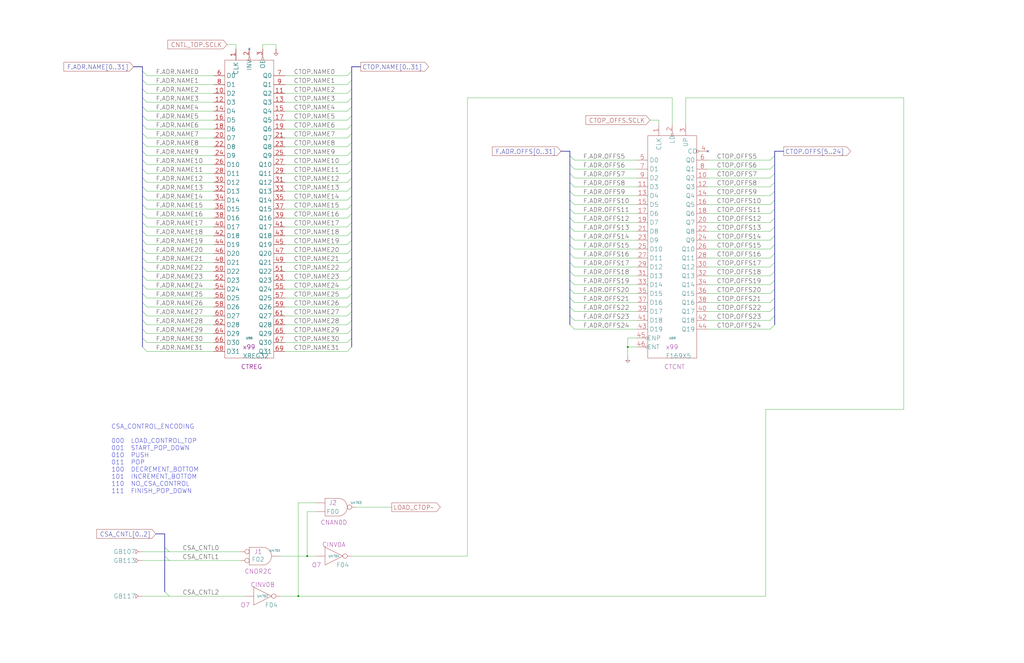
<source format=kicad_sch>
(kicad_sch (version 20230121) (generator eeschema)
  (paper "User" 584.2 378.46)
  (title_block (title "CONTROL TOP REGISTER") (date "20-MAR-90") (rev "1.0") (comment 1 "FIU") (comment 2 "232-003065") (comment 3 "S400") (comment 4 "RELEASED"))
  (lib_symbols
    (symbol "r1000:F00" (pin_numbers hide) (pin_names hide)
      (property "Reference" "U" (at 15.24 0 0))
      (property "Value" "F00" (at 1.905 -5.08 0))
      (property "Location" "___" (at 1.905 0 0))
      (property "Name" "______" (at 2.54 -12.7 0))
      (symbol "F00_0_1"
        (polyline (pts (xy -2.54 -7.62) (xy 5.08 -7.62)) (stroke (width 0.1524)))
        (polyline (pts (xy -2.54 2.54) (xy -2.54 -7.62)) (stroke (width 0.1524)))
        (polyline (pts (xy -2.54 2.54) (xy 5.08 2.54)) (stroke (width 0.1524)))
        (arc (start 5.08 -7.62) (mid 10.1282 -2.54) (end 5.08 2.54) (stroke (width 0.1524)))
        (circle (center 11.43 -2.54) (radius 1.27) (stroke (width 0.1524)))
      )
      (symbol "F00_0_2"
        (circle (center -3.81 -5.08) (radius 1.27) (stroke (width 0.1524)))
        (circle (center -3.81 0) (radius 1.27) (stroke (width 0.1524)))
        (arc (start -3.175 -7.62) (mid -2.134 -2.54) (end -3.175 2.54) (stroke (width 0.1524)))
        (polyline (pts (xy -3.175 -7.62) (xy 3.81 -7.62)) (stroke (width 0.1524)))
        (polyline (pts (xy -3.175 2.54) (xy 3.81 2.54)) (stroke (width 0.1524)))
        (arc (start 3.81 -7.62) (mid 7.5855 -5.8306) (end 10.16 -2.54) (stroke (width 0.1524)))
        (arc (start 10.16 -2.54) (mid 7.5827 0.7471) (end 3.81 2.54) (stroke (width 0.1524)))
      )
      (symbol "F00_1_1"
        (pin input line (at -7.62 0 0) (length 5.08) (name "D0") (number "1"))
        (pin input line (at -7.62 -5.08 0) (length 5.08) (name "D1") (number "2"))
        (pin output line (at 15.24 -2.54 180) (length 2.54) (name "Q") (number "3"))
      )
      (symbol "F00_1_2"
        (pin input line (at -7.62 0 0) (length 2.54) (name "D0") (number "1"))
        (pin input line (at -7.62 -5.08 0) (length 2.54) (name "D1") (number "2"))
        (pin output line (at 15.24 -2.54 180) (length 5.08) (name "Q") (number "3"))
      )
    )
    (symbol "r1000:F02" (pin_numbers hide) (pin_names hide)
      (property "Reference" "U" (at 12.16 0.635 0))
      (property "Value" "F02" (at -1.27 -4.445 0))
      (property "Location" "___" (at 2.54 0 0))
      (property "Name" "______" (at 2.54 -12.7 0))
      (symbol "F02_0_1"
        (arc (start -3.81 -7.62) (mid -2.9847 -2.54) (end -3.81 2.54) (stroke (width 0.1524)))
        (polyline (pts (xy -5.08 -5.08) (xy -3.175 -5.08)) (stroke (width 0.1524)))
        (polyline (pts (xy -5.08 0) (xy -3.175 0)) (stroke (width 0.1524)))
        (polyline (pts (xy -3.81 -7.62) (xy 2.54 -7.62)) (stroke (width 0.1524)))
        (polyline (pts (xy -3.81 2.54) (xy 2.54 2.54)) (stroke (width 0.1524)))
        (polyline (pts (xy 13.97 -2.54) (xy 12.7 -2.54)) (stroke (width 0.1524)))
        (arc (start 2.54 -7.62) (mid 6.9515 -5.9823) (end 10.16 -2.54) (stroke (width 0.1524)))
        (arc (start 10.16 -2.54) (mid 6.9478 0.8966) (end 2.54 2.54) (stroke (width 0.1524)))
        (circle (center 11.43 -2.54) (radius 1.27) (stroke (width 0.1524)))
      )
      (symbol "F02_0_2"
        (circle (center -3.81 -5.08) (radius 1.27) (stroke (width 0.1524)))
        (circle (center -3.81 0) (radius 1.27) (stroke (width 0.1524)))
        (polyline (pts (xy -2.54 -7.62) (xy 5.08 -7.62)) (stroke (width 0.1524)))
        (polyline (pts (xy -2.54 2.54) (xy -2.54 -7.62)) (stroke (width 0.1524)))
        (polyline (pts (xy -2.54 2.54) (xy 5.08 2.54)) (stroke (width 0.1524)))
        (polyline (pts (xy 11.43 -2.54) (xy 10.16 -2.54)) (stroke (width 0.1524)))
        (polyline (pts (xy 11.43 -2.54) (xy 12.7 -2.54)) (stroke (width 0.1524)))
        (arc (start 5.08 -7.62) (mid 10.1282 -2.54) (end 5.08 2.54) (stroke (width 0.1524)))
      )
      (symbol "F02_1_1"
        (pin input line (at -7.62 0 0) (length 2.54) (name "D0") (number "1"))
        (pin input line (at -7.62 -5.08 0) (length 2.54) (name "D1") (number "2"))
        (pin output line (at 15.24 -2.54 180) (length 1.27) (name "Q") (number "3"))
      )
      (symbol "F02_1_2"
        (pin input line (at -7.62 0 0) (length 2.54) (name "D0") (number "1"))
        (pin input line (at -7.62 -5.08 0) (length 2.54) (name "D1") (number "2"))
        (pin output line (at 15.24 -2.54 180) (length 2.54) (name "Q") (number "3"))
      )
    )
    (symbol "r1000:F04" (pin_numbers hide) (pin_names hide)
      (property "Reference" "U" (at 0 0 0))
      (property "Value" "F04" (at 1.27 -5.08 0))
      (property "Location" "___" (at -12.7 -5.08 0))
      (property "Name" "______" (at 0 5.08 0))
      (symbol "F04_0_1"
        (polyline (pts (xy -7.62 0) (xy -5.08 0)) (stroke (width 0.1524)))
        (polyline (pts (xy -5.08 5.08) (xy -5.08 -5.08)) (stroke (width 0.1524)))
        (polyline (pts (xy 5.08 0) (xy -5.08 -5.08)) (stroke (width 0.1524)))
        (polyline (pts (xy 5.08 0) (xy -5.08 5.08)) (stroke (width 0.1524)))
        (circle (center 6.35 0) (radius 1.27) (stroke (width 0.1524)))
      )
      (symbol "F04_1_1"
        (pin input line (at -10.16 0 0) (length 2.54) (name "D0") (number "1"))
        (pin output line (at 10.16 0 180) (length 2.54) (name "Q") (number "2"))
      )
    )
    (symbol "r1000:F169X5" (pin_names (offset 1.016))
      (property "Reference" "U" (at 2.54 5.08 0))
      (property "Value" "F169X5" (at -1.27 -5.08 0))
      (property "Location" "___" (at -1.27 0 0))
      (property "Name" "______" (at 3.81 -12.7 0))
      (symbol "F169X5_1_1"
        (circle (center -12.065 0) (radius 0.635))
        (circle (center -12.065 5.08) (radius 0.635))
        (rectangle (start -11.43 120.65) (end 16.51 -6.35))
        (circle (center 2.54 121.285) (radius 0.635))
        (circle (center 17.145 111.76) (radius 0.635))
        (pin input line (at -5.08 127 270) (length 6.35) (name "CLK") (number "1"))
        (pin output line (at 22.86 96.52 180) (length 6.35) (name "Q2") (number "10"))
        (pin input line (at -17.78 91.44 0) (length 6.35) (name "D3") (number "11"))
        (pin output line (at 22.86 91.44 180) (length 6.35) (name "Q3") (number "12"))
        (pin input line (at -17.78 86.36 0) (length 6.35) (name "D4") (number "13"))
        (pin output line (at 22.86 86.36 180) (length 6.35) (name "Q4") (number "14"))
        (pin input line (at -17.78 81.28 0) (length 6.35) (name "D5") (number "15"))
        (pin output line (at 22.86 81.28 180) (length 6.35) (name "Q5") (number "16"))
        (pin input line (at -17.78 76.2 0) (length 6.35) (name "D6") (number "17"))
        (pin output line (at 22.86 76.2 180) (length 6.35) (name "Q6") (number "18"))
        (pin input line (at -17.78 71.12 0) (length 6.35) (name "D7") (number "19"))
        (pin input line (at 2.54 127 270) (length 5.08) (name "LD") (number "2"))
        (pin output line (at 22.86 71.12 180) (length 6.35) (name "Q7") (number "20"))
        (pin input line (at -17.78 66.04 0) (length 6.35) (name "D8") (number "21"))
        (pin output line (at 22.86 66.04 180) (length 6.35) (name "Q8") (number "22"))
        (pin input line (at -17.78 60.96 0) (length 6.35) (name "D9") (number "23"))
        (pin output line (at 22.86 60.96 180) (length 6.35) (name "Q9") (number "24"))
        (pin input line (at -17.78 55.88 0) (length 6.35) (name "D10") (number "25"))
        (pin output line (at 22.86 55.88 180) (length 6.35) (name "Q10") (number "26"))
        (pin input line (at -17.78 50.8 0) (length 6.35) (name "D11") (number "27"))
        (pin output line (at 22.86 50.8 180) (length 6.35) (name "Q11") (number "28"))
        (pin input line (at -17.78 45.72 0) (length 6.35) (name "D12") (number "29"))
        (pin input line (at 10.16 127 270) (length 6.35) (name "UP") (number "3"))
        (pin output line (at 22.86 45.72 180) (length 6.35) (name "Q12") (number "30"))
        (pin input line (at -17.78 40.64 0) (length 6.35) (name "D13") (number "31"))
        (pin output line (at 22.86 40.64 180) (length 6.35) (name "Q13") (number "32"))
        (pin input line (at -17.78 35.56 0) (length 6.35) (name "D14") (number "33"))
        (pin output line (at 22.86 35.56 180) (length 6.35) (name "Q14") (number "34"))
        (pin input line (at -17.78 30.48 0) (length 6.35) (name "D15") (number "35"))
        (pin output line (at 22.86 30.48 180) (length 6.35) (name "Q15") (number "36"))
        (pin input line (at -17.78 25.4 0) (length 6.35) (name "D16") (number "37"))
        (pin output line (at 22.86 25.4 180) (length 6.35) (name "Q16") (number "38"))
        (pin input line (at -17.78 20.32 0) (length 6.35) (name "D17") (number "39"))
        (pin output line (at 22.86 111.76 180) (length 5.08) (name "CO") (number "4"))
        (pin output line (at 22.86 20.32 180) (length 6.35) (name "Q17") (number "40"))
        (pin input line (at -17.78 15.24 0) (length 6.35) (name "D18") (number "41"))
        (pin output line (at 22.86 15.24 180) (length 6.35) (name "Q18") (number "42"))
        (pin input line (at -17.78 10.16 0) (length 6.35) (name "D19") (number "43"))
        (pin output line (at 22.86 10.16 180) (length 6.35) (name "Q19") (number "44"))
        (pin input line (at -17.78 5.08 0) (length 5.08) (name "ENP") (number "45"))
        (pin input line (at -17.78 0 0) (length 5.08) (name "ENT") (number "46"))
        (pin input line (at -17.78 106.68 0) (length 6.35) (name "D0") (number "5"))
        (pin output line (at 22.86 106.68 180) (length 6.35) (name "Q0") (number "6"))
        (pin input line (at -17.78 101.6 0) (length 6.35) (name "D1") (number "7"))
        (pin output line (at 22.86 101.6 180) (length 6.35) (name "Q1") (number "8"))
        (pin input line (at -17.78 96.52 0) (length 6.35) (name "D2") (number "9"))
      )
    )
    (symbol "r1000:GB" (pin_numbers hide) (pin_names (offset 0) hide)
      (property "Reference" "GB" (at 3.81 0 0))
      (symbol "GB_0_1"
        (polyline (pts (xy 2.54 0) (xy 3.81 1.27) (xy 3.81 -1.27) (xy 2.54 0)) (stroke (width 0.1524)))
      )
      (symbol "GB_1_1"
        (pin bidirectional line (at 0 0 0) (length 2.54) (name "") (number "1"))
      )
    )
    (symbol "r1000:PD" (power) (pin_numbers hide) (pin_names hide) (in_bom no)
      (symbol "PD_0_1"
        (polyline (pts (xy 0 -2.54) (xy 1.27 -2.54) (xy 0 -3.81) (xy -1.27 -2.54) (xy 0 -2.54)) (stroke (width 0.1524)))
      )
      (symbol "PD_1_1"
        (pin power_in line (at 0 0 270) (length 2.54) (name "PD") (number "1"))
      )
    )
    (symbol "r1000:XREG32" (pin_names (offset 1.016))
      (property "Reference" "U" (at 2.54 5.08 0))
      (property "Value" "XREG32" (at -1.27 -5.08 0))
      (property "Location" "___" (at -1.27 0 0))
      (property "Name" "______" (at 3.81 -12.7 0))
      (symbol "XREG32_1_1"
        (rectangle (start -11.43 163.83) (end 16.51 -6.35))
        (circle (center 2.54 164.465) (radius 0.635))
        (circle (center 10.16 164.465) (radius 0.635))
        (pin input line (at -5.08 170.18 270) (length 6.35) (name "CLK") (number "1"))
        (pin input line (at -17.78 144.78 0) (length 6.35) (name "D2") (number "10"))
        (pin tri_state line (at 22.86 144.78 180) (length 6.35) (name "Q2") (number "11"))
        (pin input line (at -17.78 139.7 0) (length 6.35) (name "D3") (number "12"))
        (pin tri_state line (at 22.86 139.7 180) (length 6.35) (name "Q3") (number "13"))
        (pin input line (at -17.78 134.62 0) (length 6.35) (name "D4") (number "14"))
        (pin tri_state line (at 22.86 134.62 180) (length 6.35) (name "Q4") (number "15"))
        (pin input line (at -17.78 129.54 0) (length 6.35) (name "D5") (number "16"))
        (pin tri_state line (at 22.86 129.54 180) (length 6.35) (name "Q5") (number "17"))
        (pin input line (at -17.78 124.46 0) (length 6.35) (name "D6") (number "18"))
        (pin tri_state line (at 22.86 124.46 180) (length 6.35) (name "Q6") (number "19"))
        (pin input line (at 2.54 170.18 270) (length 5.08) (name "INV") (number "2"))
        (pin input line (at -17.78 119.38 0) (length 6.35) (name "D7") (number "20"))
        (pin tri_state line (at 22.86 119.38 180) (length 6.35) (name "Q7") (number "21"))
        (pin input line (at -17.78 114.3 0) (length 6.35) (name "D8") (number "22"))
        (pin tri_state line (at 22.86 114.3 180) (length 6.35) (name "Q8") (number "23"))
        (pin input line (at -17.78 109.22 0) (length 6.35) (name "D9") (number "24"))
        (pin tri_state line (at 22.86 109.22 180) (length 6.35) (name "Q9") (number "25"))
        (pin input line (at -17.78 104.14 0) (length 6.35) (name "D10") (number "26"))
        (pin tri_state line (at 22.86 104.14 180) (length 6.35) (name "Q10") (number "27"))
        (pin input line (at -17.78 99.06 0) (length 6.35) (name "D11") (number "28"))
        (pin tri_state line (at 22.86 99.06 180) (length 6.35) (name "Q11") (number "29"))
        (pin input line (at 10.16 170.18 270) (length 5.08) (name "OE") (number "3"))
        (pin input line (at -17.78 93.98 0) (length 6.35) (name "D12") (number "30"))
        (pin tri_state line (at 22.86 93.98 180) (length 6.35) (name "Q12") (number "31"))
        (pin input line (at -17.78 88.9 0) (length 6.35) (name "D13") (number "32"))
        (pin tri_state line (at 22.86 88.9 180) (length 6.35) (name "Q13") (number "33"))
        (pin input line (at -17.78 83.82 0) (length 6.35) (name "D14") (number "34"))
        (pin tri_state line (at 22.86 83.82 180) (length 6.35) (name "Q14") (number "35"))
        (pin input line (at -17.78 78.74 0) (length 6.35) (name "D15") (number "36"))
        (pin tri_state line (at 22.86 78.74 180) (length 6.35) (name "Q15") (number "37"))
        (pin input line (at -17.78 73.66 0) (length 6.35) (name "D16") (number "38"))
        (pin tri_state line (at 22.86 73.66 180) (length 6.35) (name "Q16") (number "39"))
        (pin input line (at -17.78 68.58 0) (length 6.35) (name "D17") (number "40"))
        (pin tri_state line (at 22.86 68.58 180) (length 6.35) (name "Q17") (number "41"))
        (pin input line (at -17.78 63.5 0) (length 6.35) (name "D18") (number "42"))
        (pin tri_state line (at 22.86 63.5 180) (length 6.35) (name "Q18") (number "43"))
        (pin input line (at -17.78 58.42 0) (length 6.35) (name "D19") (number "44"))
        (pin tri_state line (at 22.86 58.42 180) (length 6.35) (name "Q19") (number "45"))
        (pin input line (at -17.78 53.34 0) (length 6.35) (name "D20") (number "46"))
        (pin tri_state line (at 22.86 53.34 180) (length 6.35) (name "Q20") (number "47"))
        (pin input line (at -17.78 48.26 0) (length 6.35) (name "D21") (number "48"))
        (pin tri_state line (at 22.86 48.26 180) (length 6.35) (name "Q21") (number "49"))
        (pin input line (at -17.78 43.18 0) (length 6.35) (name "D22") (number "50"))
        (pin tri_state line (at 22.86 43.18 180) (length 6.35) (name "Q22") (number "51"))
        (pin input line (at -17.78 38.1 0) (length 6.35) (name "D23") (number "52"))
        (pin tri_state line (at 22.86 38.1 180) (length 6.35) (name "Q23") (number "53"))
        (pin input line (at -17.78 33.02 0) (length 6.35) (name "D24") (number "54"))
        (pin tri_state line (at 22.86 33.02 180) (length 6.35) (name "Q24") (number "55"))
        (pin input line (at -17.78 27.94 0) (length 6.35) (name "D25") (number "56"))
        (pin tri_state line (at 22.86 27.94 180) (length 6.35) (name "Q25") (number "57"))
        (pin input line (at -17.78 22.86 0) (length 6.35) (name "D26") (number "58"))
        (pin tri_state line (at 22.86 22.86 180) (length 6.35) (name "Q26") (number "59"))
        (pin input line (at -17.78 154.94 0) (length 6.35) (name "D0") (number "6"))
        (pin input line (at -17.78 17.78 0) (length 6.35) (name "D27") (number "60"))
        (pin tri_state line (at 22.86 17.78 180) (length 6.35) (name "Q27") (number "61"))
        (pin input line (at -17.78 12.7 0) (length 6.35) (name "D28") (number "62"))
        (pin tri_state line (at 22.86 12.7 180) (length 6.35) (name "Q28") (number "63"))
        (pin input line (at -17.78 7.62 0) (length 6.35) (name "D29") (number "64"))
        (pin tri_state line (at 22.86 7.62 180) (length 6.35) (name "Q29") (number "65"))
        (pin input line (at -17.78 2.54 0) (length 6.35) (name "D30") (number "66"))
        (pin tri_state line (at 22.86 2.54 180) (length 6.35) (name "Q30") (number "67"))
        (pin input line (at -17.78 -2.54 0) (length 6.35) (name "D31") (number "68"))
        (pin tri_state line (at 22.86 -2.54 180) (length 6.35) (name "Q31") (number "69"))
        (pin tri_state line (at 22.86 154.94 180) (length 6.35) (name "Q0") (number "7"))
        (pin input line (at -17.78 149.86 0) (length 6.35) (name "D1") (number "8"))
        (pin tri_state line (at 22.86 149.86 180) (length 6.35) (name "Q1") (number "9"))
      )
    )
  )
  (junction (at 170.18 340.36))
  (junction (at 358.14 198.12))
  (junction (at 175.26 317.5))
  (no_connect (at 142.24 27.94))
  (no_connect (at 403.86 86.36))
  (bus_entry (at 441.96 175.26) (size -2.54 2.54))
  (bus_entry (at 81.28 127) (size 2.54 2.54))
  (bus_entry (at 81.28 142.24) (size 2.54 2.54))
  (bus_entry (at 200.66 142.24) (size -2.54 2.54))
  (bus_entry (at 200.66 167.64) (size -2.54 2.54))
  (bus_entry (at 325.12 104.14) (size 2.54 2.54))
  (bus_entry (at 200.66 116.84) (size -2.54 2.54))
  (bus_entry (at 441.96 154.94) (size -2.54 2.54))
  (bus_entry (at 81.28 45.72) (size 2.54 2.54))
  (bus_entry (at 325.12 119.38) (size 2.54 2.54))
  (bus_entry (at 200.66 91.44) (size -2.54 2.54))
  (bus_entry (at 441.96 129.54) (size -2.54 2.54))
  (bus_entry (at 441.96 180.34) (size -2.54 2.54))
  (bus_entry (at 200.66 132.08) (size -2.54 2.54))
  (bus_entry (at 441.96 93.98) (size -2.54 2.54))
  (bus_entry (at 325.12 129.54) (size 2.54 2.54))
  (bus_entry (at 441.96 170.18) (size -2.54 2.54))
  (bus_entry (at 81.28 91.44) (size 2.54 2.54))
  (bus_entry (at 200.66 137.16) (size -2.54 2.54))
  (bus_entry (at 81.28 177.8) (size 2.54 2.54))
  (bus_entry (at 200.66 162.56) (size -2.54 2.54))
  (bus_entry (at 200.66 40.64) (size -2.54 2.54))
  (bus_entry (at 93.98 337.82) (size 2.54 2.54))
  (bus_entry (at 81.28 198.12) (size 2.54 2.54))
  (bus_entry (at 200.66 60.96) (size -2.54 2.54))
  (bus_entry (at 441.96 88.9) (size -2.54 2.54))
  (bus_entry (at 200.66 182.88) (size -2.54 2.54))
  (bus_entry (at 441.96 119.38) (size -2.54 2.54))
  (bus_entry (at 81.28 162.56) (size 2.54 2.54))
  (bus_entry (at 441.96 114.3) (size -2.54 2.54))
  (bus_entry (at 81.28 76.2) (size 2.54 2.54))
  (bus_entry (at 81.28 111.76) (size 2.54 2.54))
  (bus_entry (at 200.66 55.88) (size -2.54 2.54))
  (bus_entry (at 200.66 96.52) (size -2.54 2.54))
  (bus_entry (at 441.96 160.02) (size -2.54 2.54))
  (bus_entry (at 81.28 55.88) (size 2.54 2.54))
  (bus_entry (at 441.96 134.62) (size -2.54 2.54))
  (bus_entry (at 81.28 106.68) (size 2.54 2.54))
  (bus_entry (at 325.12 99.06) (size 2.54 2.54))
  (bus_entry (at 81.28 66.04) (size 2.54 2.54))
  (bus_entry (at 325.12 149.86) (size 2.54 2.54))
  (bus_entry (at 81.28 40.64) (size 2.54 2.54))
  (bus_entry (at 325.12 134.62) (size 2.54 2.54))
  (bus_entry (at 200.66 101.6) (size -2.54 2.54))
  (bus_entry (at 81.28 187.96) (size 2.54 2.54))
  (bus_entry (at 93.98 312.42) (size 2.54 2.54))
  (bus_entry (at 325.12 124.46) (size 2.54 2.54))
  (bus_entry (at 200.66 127) (size -2.54 2.54))
  (bus_entry (at 441.96 109.22) (size -2.54 2.54))
  (bus_entry (at 200.66 86.36) (size -2.54 2.54))
  (bus_entry (at 200.66 106.68) (size -2.54 2.54))
  (bus_entry (at 200.66 121.92) (size -2.54 2.54))
  (bus_entry (at 200.66 50.8) (size -2.54 2.54))
  (bus_entry (at 325.12 170.18) (size 2.54 2.54))
  (bus_entry (at 441.96 165.1) (size -2.54 2.54))
  (bus_entry (at 81.28 152.4) (size 2.54 2.54))
  (bus_entry (at 200.66 177.8) (size -2.54 2.54))
  (bus_entry (at 325.12 109.22) (size 2.54 2.54))
  (bus_entry (at 441.96 139.7) (size -2.54 2.54))
  (bus_entry (at 441.96 185.42) (size -2.54 2.54))
  (bus_entry (at 81.28 60.96) (size 2.54 2.54))
  (bus_entry (at 81.28 50.8) (size 2.54 2.54))
  (bus_entry (at 81.28 81.28) (size 2.54 2.54))
  (bus_entry (at 81.28 116.84) (size 2.54 2.54))
  (bus_entry (at 200.66 147.32) (size -2.54 2.54))
  (bus_entry (at 200.66 152.4) (size -2.54 2.54))
  (bus_entry (at 441.96 144.78) (size -2.54 2.54))
  (bus_entry (at 200.66 193.04) (size -2.54 2.54))
  (bus_entry (at 325.12 114.3) (size 2.54 2.54))
  (bus_entry (at 81.28 96.52) (size 2.54 2.54))
  (bus_entry (at 325.12 88.9) (size 2.54 2.54))
  (bus_entry (at 81.28 101.6) (size 2.54 2.54))
  (bus_entry (at 81.28 132.08) (size 2.54 2.54))
  (bus_entry (at 200.66 76.2) (size -2.54 2.54))
  (bus_entry (at 325.12 154.94) (size 2.54 2.54))
  (bus_entry (at 81.28 121.92) (size 2.54 2.54))
  (bus_entry (at 325.12 160.02) (size 2.54 2.54))
  (bus_entry (at 200.66 81.28) (size -2.54 2.54))
  (bus_entry (at 81.28 147.32) (size 2.54 2.54))
  (bus_entry (at 325.12 93.98) (size 2.54 2.54))
  (bus_entry (at 325.12 185.42) (size 2.54 2.54))
  (bus_entry (at 81.28 71.12) (size 2.54 2.54))
  (bus_entry (at 93.98 317.5) (size 2.54 2.54))
  (bus_entry (at 81.28 137.16) (size 2.54 2.54))
  (bus_entry (at 325.12 175.26) (size 2.54 2.54))
  (bus_entry (at 81.28 182.88) (size 2.54 2.54))
  (bus_entry (at 325.12 139.7) (size 2.54 2.54))
  (bus_entry (at 81.28 172.72) (size 2.54 2.54))
  (bus_entry (at 81.28 157.48) (size 2.54 2.54))
  (bus_entry (at 200.66 172.72) (size -2.54 2.54))
  (bus_entry (at 81.28 167.64) (size 2.54 2.54))
  (bus_entry (at 441.96 149.86) (size -2.54 2.54))
  (bus_entry (at 200.66 157.48) (size -2.54 2.54))
  (bus_entry (at 200.66 71.12) (size -2.54 2.54))
  (bus_entry (at 200.66 111.76) (size -2.54 2.54))
  (bus_entry (at 200.66 198.12) (size -2.54 2.54))
  (bus_entry (at 81.28 86.36) (size 2.54 2.54))
  (bus_entry (at 441.96 99.06) (size -2.54 2.54))
  (bus_entry (at 200.66 66.04) (size -2.54 2.54))
  (bus_entry (at 441.96 124.46) (size -2.54 2.54))
  (bus_entry (at 325.12 180.34) (size 2.54 2.54))
  (bus_entry (at 200.66 187.96) (size -2.54 2.54))
  (bus_entry (at 200.66 45.72) (size -2.54 2.54))
  (bus_entry (at 81.28 193.04) (size 2.54 2.54))
  (bus_entry (at 325.12 144.78) (size 2.54 2.54))
  (bus_entry (at 325.12 165.1) (size 2.54 2.54))
  (bus_entry (at 441.96 104.14) (size -2.54 2.54))
  (wire (pts (xy 162.56 119.38) (xy 198.12 119.38)))
  (wire (pts (xy 180.34 287.02) (xy 170.18 287.02)))
  (bus (pts (xy 81.28 96.52) (xy 81.28 101.6)))
  (wire (pts (xy 436.88 233.68) (xy 515.62 233.68)))
  (wire (pts (xy 149.86 25.4) (xy 157.48 25.4)))
  (wire (pts (xy 170.18 287.02) (xy 170.18 340.36)))
  (wire (pts (xy 358.14 193.04) (xy 358.14 198.12)))
  (bus (pts (xy 325.12 165.1) (xy 325.12 170.18)))
  (bus (pts (xy 441.96 154.94) (xy 441.96 160.02)))
  (wire (pts (xy 403.86 91.44) (xy 439.42 91.44)))
  (wire (pts (xy 81.28 314.96) (xy 96.52 314.96)))
  (wire (pts (xy 403.86 121.92) (xy 439.42 121.92)))
  (wire (pts (xy 83.82 93.98) (xy 121.92 93.98)))
  (bus (pts (xy 200.66 172.72) (xy 200.66 177.8)))
  (wire (pts (xy 175.26 317.5) (xy 180.34 317.5)))
  (bus (pts (xy 200.66 167.64) (xy 200.66 172.72)))
  (wire (pts (xy 403.86 116.84) (xy 439.42 116.84)))
  (wire (pts (xy 162.56 160.02) (xy 198.12 160.02)))
  (bus (pts (xy 325.12 119.38) (xy 325.12 124.46)))
  (wire (pts (xy 83.82 58.42) (xy 121.92 58.42)))
  (bus (pts (xy 325.12 114.3) (xy 325.12 119.38)))
  (wire (pts (xy 327.66 162.56) (xy 363.22 162.56)))
  (bus (pts (xy 81.28 76.2) (xy 81.28 81.28)))
  (wire (pts (xy 162.56 114.3) (xy 198.12 114.3)))
  (wire (pts (xy 515.62 233.68) (xy 515.62 55.88)))
  (wire (pts (xy 83.82 144.78) (xy 121.92 144.78)))
  (wire (pts (xy 162.56 180.34) (xy 198.12 180.34)))
  (wire (pts (xy 403.86 142.24) (xy 439.42 142.24)))
  (bus (pts (xy 325.12 134.62) (xy 325.12 139.7)))
  (wire (pts (xy 83.82 83.82) (xy 121.92 83.82)))
  (wire (pts (xy 162.56 124.46) (xy 198.12 124.46)))
  (bus (pts (xy 200.66 193.04) (xy 200.66 198.12)))
  (bus (pts (xy 81.28 132.08) (xy 81.28 137.16)))
  (wire (pts (xy 162.56 109.22) (xy 198.12 109.22)))
  (wire (pts (xy 403.86 127) (xy 439.42 127)))
  (bus (pts (xy 200.66 111.76) (xy 200.66 116.84)))
  (bus (pts (xy 441.96 124.46) (xy 441.96 129.54)))
  (bus (pts (xy 441.96 165.1) (xy 441.96 170.18)))
  (bus (pts (xy 325.12 149.86) (xy 325.12 154.94)))
  (bus (pts (xy 81.28 116.84) (xy 81.28 121.92)))
  (wire (pts (xy 403.86 167.64) (xy 439.42 167.64)))
  (bus (pts (xy 81.28 152.4) (xy 81.28 157.48)))
  (wire (pts (xy 375.92 68.58) (xy 375.92 71.12)))
  (bus (pts (xy 81.28 182.88) (xy 81.28 187.96)))
  (wire (pts (xy 96.52 320.04) (xy 137.16 320.04)))
  (wire (pts (xy 83.82 43.18) (xy 121.92 43.18)))
  (wire (pts (xy 327.66 111.76) (xy 363.22 111.76)))
  (wire (pts (xy 327.66 96.52) (xy 363.22 96.52)))
  (bus (pts (xy 325.12 88.9) (xy 325.12 93.98)))
  (wire (pts (xy 83.82 48.26) (xy 121.92 48.26)))
  (bus (pts (xy 81.28 106.68) (xy 81.28 111.76)))
  (wire (pts (xy 370.84 68.58) (xy 375.92 68.58)))
  (wire (pts (xy 83.82 109.22) (xy 121.92 109.22)))
  (wire (pts (xy 83.82 68.58) (xy 121.92 68.58)))
  (wire (pts (xy 83.82 114.3) (xy 121.92 114.3)))
  (wire (pts (xy 403.86 172.72) (xy 439.42 172.72)))
  (bus (pts (xy 81.28 187.96) (xy 81.28 193.04)))
  (wire (pts (xy 83.82 195.58) (xy 121.92 195.58)))
  (wire (pts (xy 162.56 139.7) (xy 198.12 139.7)))
  (bus (pts (xy 81.28 91.44) (xy 81.28 96.52)))
  (bus (pts (xy 325.12 139.7) (xy 325.12 144.78)))
  (bus (pts (xy 76.2 38.1) (xy 81.28 38.1)))
  (bus (pts (xy 325.12 154.94) (xy 325.12 160.02)))
  (wire (pts (xy 162.56 190.5) (xy 198.12 190.5)))
  (bus (pts (xy 81.28 121.92) (xy 81.28 127)))
  (wire (pts (xy 403.86 152.4) (xy 439.42 152.4)))
  (bus (pts (xy 81.28 193.04) (xy 81.28 198.12)))
  (bus (pts (xy 441.96 170.18) (xy 441.96 175.26)))
  (wire (pts (xy 180.34 292.1) (xy 175.26 292.1)))
  (wire (pts (xy 327.66 142.24) (xy 363.22 142.24)))
  (bus (pts (xy 81.28 86.36) (xy 81.28 91.44)))
  (wire (pts (xy 327.66 121.92) (xy 363.22 121.92)))
  (bus (pts (xy 81.28 60.96) (xy 81.28 66.04)))
  (bus (pts (xy 81.28 38.1) (xy 81.28 40.64)))
  (bus (pts (xy 325.12 170.18) (xy 325.12 175.26)))
  (wire (pts (xy 162.56 58.42) (xy 198.12 58.42)))
  (wire (pts (xy 83.82 134.62) (xy 121.92 134.62)))
  (wire (pts (xy 96.52 340.36) (xy 139.7 340.36)))
  (wire (pts (xy 358.14 203.2) (xy 358.14 198.12)))
  (wire (pts (xy 266.7 55.88) (xy 383.54 55.88)))
  (wire (pts (xy 170.18 340.36) (xy 160.02 340.36)))
  (wire (pts (xy 162.56 63.5) (xy 198.12 63.5)))
  (wire (pts (xy 162.56 104.14) (xy 198.12 104.14)))
  (bus (pts (xy 200.66 121.92) (xy 200.66 127)))
  (wire (pts (xy 266.7 317.5) (xy 200.66 317.5)))
  (wire (pts (xy 403.86 147.32) (xy 439.42 147.32)))
  (wire (pts (xy 83.82 119.38) (xy 121.92 119.38)))
  (bus (pts (xy 325.12 129.54) (xy 325.12 134.62)))
  (wire (pts (xy 162.56 83.82) (xy 198.12 83.82)))
  (wire (pts (xy 327.66 182.88) (xy 363.22 182.88)))
  (bus (pts (xy 81.28 55.88) (xy 81.28 60.96)))
  (bus (pts (xy 81.28 45.72) (xy 81.28 50.8)))
  (wire (pts (xy 160.02 317.5) (xy 175.26 317.5)))
  (wire (pts (xy 327.66 137.16) (xy 363.22 137.16)))
  (wire (pts (xy 391.16 55.88) (xy 391.16 71.12)))
  (bus (pts (xy 200.66 157.48) (xy 200.66 162.56)))
  (wire (pts (xy 403.86 157.48) (xy 439.42 157.48)))
  (bus (pts (xy 200.66 127) (xy 200.66 132.08)))
  (wire (pts (xy 83.82 53.34) (xy 121.92 53.34)))
  (bus (pts (xy 81.28 142.24) (xy 81.28 147.32)))
  (bus (pts (xy 325.12 93.98) (xy 325.12 99.06)))
  (wire (pts (xy 149.86 25.4) (xy 149.86 27.94)))
  (bus (pts (xy 441.96 119.38) (xy 441.96 124.46)))
  (bus (pts (xy 441.96 160.02) (xy 441.96 165.1)))
  (bus (pts (xy 320.04 86.36) (xy 325.12 86.36)))
  (wire (pts (xy 83.82 129.54) (xy 121.92 129.54)))
  (bus (pts (xy 441.96 109.22) (xy 441.96 114.3)))
  (wire (pts (xy 162.56 129.54) (xy 198.12 129.54)))
  (wire (pts (xy 81.28 340.36) (xy 96.52 340.36)))
  (wire (pts (xy 83.82 104.14) (xy 121.92 104.14)))
  (wire (pts (xy 403.86 132.08) (xy 439.42 132.08)))
  (bus (pts (xy 200.66 60.96) (xy 200.66 66.04)))
  (bus (pts (xy 441.96 104.14) (xy 441.96 109.22)))
  (bus (pts (xy 200.66 55.88) (xy 200.66 60.96)))
  (wire (pts (xy 162.56 134.62) (xy 198.12 134.62)))
  (bus (pts (xy 88.9 304.8) (xy 93.98 304.8)))
  (wire (pts (xy 162.56 144.78) (xy 198.12 144.78)))
  (bus (pts (xy 325.12 160.02) (xy 325.12 165.1)))
  (wire (pts (xy 83.82 200.66) (xy 121.92 200.66)))
  (wire (pts (xy 83.82 175.26) (xy 121.92 175.26)))
  (wire (pts (xy 383.54 55.88) (xy 383.54 71.12)))
  (bus (pts (xy 81.28 66.04) (xy 81.28 71.12)))
  (wire (pts (xy 327.66 91.44) (xy 363.22 91.44)))
  (wire (pts (xy 96.52 314.96) (xy 137.16 314.96)))
  (bus (pts (xy 200.66 38.1) (xy 200.66 40.64)))
  (bus (pts (xy 441.96 175.26) (xy 441.96 180.34)))
  (bus (pts (xy 200.66 50.8) (xy 200.66 55.88)))
  (wire (pts (xy 403.86 111.76) (xy 439.42 111.76)))
  (wire (pts (xy 327.66 127) (xy 363.22 127)))
  (wire (pts (xy 83.82 139.7) (xy 121.92 139.7)))
  (bus (pts (xy 200.66 177.8) (xy 200.66 182.88)))
  (bus (pts (xy 81.28 162.56) (xy 81.28 167.64)))
  (bus (pts (xy 441.96 134.62) (xy 441.96 139.7)))
  (wire (pts (xy 162.56 175.26) (xy 198.12 175.26)))
  (wire (pts (xy 175.26 292.1) (xy 175.26 317.5)))
  (wire (pts (xy 83.82 99.06) (xy 121.92 99.06)))
  (bus (pts (xy 200.66 162.56) (xy 200.66 167.64)))
  (wire (pts (xy 162.56 170.18) (xy 198.12 170.18)))
  (wire (pts (xy 358.14 198.12) (xy 363.22 198.12)))
  (bus (pts (xy 200.66 71.12) (xy 200.66 76.2)))
  (wire (pts (xy 162.56 93.98) (xy 198.12 93.98)))
  (bus (pts (xy 441.96 129.54) (xy 441.96 134.62)))
  (bus (pts (xy 200.66 132.08) (xy 200.66 137.16)))
  (bus (pts (xy 325.12 104.14) (xy 325.12 109.22)))
  (wire (pts (xy 403.86 177.8) (xy 439.42 177.8)))
  (bus (pts (xy 200.66 76.2) (xy 200.66 81.28)))
  (bus (pts (xy 200.66 152.4) (xy 200.66 157.48)))
  (bus (pts (xy 441.96 93.98) (xy 441.96 99.06)))
  (wire (pts (xy 403.86 182.88) (xy 439.42 182.88)))
  (wire (pts (xy 162.56 68.58) (xy 198.12 68.58)))
  (wire (pts (xy 327.66 116.84) (xy 363.22 116.84)))
  (bus (pts (xy 441.96 139.7) (xy 441.96 144.78)))
  (wire (pts (xy 327.66 152.4) (xy 363.22 152.4)))
  (bus (pts (xy 200.66 147.32) (xy 200.66 152.4)))
  (wire (pts (xy 327.66 106.68) (xy 363.22 106.68)))
  (bus (pts (xy 81.28 111.76) (xy 81.28 116.84)))
  (wire (pts (xy 327.66 147.32) (xy 363.22 147.32)))
  (bus (pts (xy 441.96 180.34) (xy 441.96 185.42)))
  (wire (pts (xy 403.86 162.56) (xy 439.42 162.56)))
  (wire (pts (xy 81.28 320.04) (xy 96.52 320.04)))
  (wire (pts (xy 327.66 187.96) (xy 363.22 187.96)))
  (bus (pts (xy 325.12 124.46) (xy 325.12 129.54)))
  (wire (pts (xy 327.66 132.08) (xy 363.22 132.08)))
  (bus (pts (xy 200.66 106.68) (xy 200.66 111.76)))
  (wire (pts (xy 83.82 78.74) (xy 121.92 78.74)))
  (wire (pts (xy 162.56 73.66) (xy 198.12 73.66)))
  (wire (pts (xy 134.62 25.4) (xy 134.62 27.94)))
  (bus (pts (xy 441.96 144.78) (xy 441.96 149.86)))
  (bus (pts (xy 93.98 304.8) (xy 93.98 312.42)))
  (wire (pts (xy 327.66 157.48) (xy 363.22 157.48)))
  (wire (pts (xy 327.66 167.64) (xy 363.22 167.64)))
  (bus (pts (xy 441.96 88.9) (xy 441.96 93.98)))
  (bus (pts (xy 81.28 167.64) (xy 81.28 172.72)))
  (bus (pts (xy 325.12 86.36) (xy 325.12 88.9)))
  (wire (pts (xy 403.86 106.68) (xy 439.42 106.68)))
  (wire (pts (xy 162.56 99.06) (xy 198.12 99.06)))
  (bus (pts (xy 200.66 86.36) (xy 200.66 91.44)))
  (wire (pts (xy 515.62 55.88) (xy 391.16 55.88)))
  (wire (pts (xy 162.56 154.94) (xy 198.12 154.94)))
  (bus (pts (xy 81.28 101.6) (xy 81.28 106.68)))
  (bus (pts (xy 200.66 45.72) (xy 200.66 50.8)))
  (wire (pts (xy 83.82 88.9) (xy 121.92 88.9)))
  (bus (pts (xy 441.96 86.36) (xy 441.96 88.9)))
  (wire (pts (xy 162.56 48.26) (xy 198.12 48.26)))
  (bus (pts (xy 441.96 114.3) (xy 441.96 119.38)))
  (wire (pts (xy 83.82 73.66) (xy 121.92 73.66)))
  (wire (pts (xy 129.54 25.4) (xy 134.62 25.4)))
  (wire (pts (xy 83.82 124.46) (xy 121.92 124.46)))
  (bus (pts (xy 200.66 142.24) (xy 200.66 147.32)))
  (wire (pts (xy 83.82 165.1) (xy 121.92 165.1)))
  (bus (pts (xy 81.28 81.28) (xy 81.28 86.36)))
  (bus (pts (xy 325.12 99.06) (xy 325.12 104.14)))
  (bus (pts (xy 81.28 137.16) (xy 81.28 142.24)))
  (bus (pts (xy 200.66 96.52) (xy 200.66 101.6)))
  (wire (pts (xy 162.56 195.58) (xy 198.12 195.58)))
  (wire (pts (xy 83.82 154.94) (xy 121.92 154.94)))
  (wire (pts (xy 327.66 172.72) (xy 363.22 172.72)))
  (wire (pts (xy 266.7 317.5) (xy 266.7 55.88)))
  (wire (pts (xy 162.56 165.1) (xy 198.12 165.1)))
  (wire (pts (xy 162.56 53.34) (xy 198.12 53.34)))
  (wire (pts (xy 203.2 289.56) (xy 223.52 289.56)))
  (bus (pts (xy 325.12 144.78) (xy 325.12 149.86)))
  (wire (pts (xy 162.56 43.18) (xy 198.12 43.18)))
  (bus (pts (xy 200.66 66.04) (xy 200.66 71.12)))
  (wire (pts (xy 403.86 137.16) (xy 439.42 137.16)))
  (bus (pts (xy 81.28 71.12) (xy 81.28 76.2)))
  (bus (pts (xy 200.66 40.64) (xy 200.66 45.72)))
  (wire (pts (xy 83.82 170.18) (xy 121.92 170.18)))
  (wire (pts (xy 162.56 88.9) (xy 198.12 88.9)))
  (bus (pts (xy 200.66 187.96) (xy 200.66 193.04)))
  (wire (pts (xy 162.56 149.86) (xy 198.12 149.86)))
  (wire (pts (xy 436.88 340.36) (xy 170.18 340.36)))
  (bus (pts (xy 200.66 101.6) (xy 200.66 106.68)))
  (bus (pts (xy 200.66 81.28) (xy 200.66 86.36)))
  (wire (pts (xy 327.66 101.6) (xy 363.22 101.6)))
  (bus (pts (xy 81.28 157.48) (xy 81.28 162.56)))
  (wire (pts (xy 83.82 160.02) (xy 121.92 160.02)))
  (bus (pts (xy 81.28 172.72) (xy 81.28 177.8)))
  (bus (pts (xy 200.66 137.16) (xy 200.66 142.24)))
  (bus (pts (xy 200.66 182.88) (xy 200.66 187.96)))
  (bus (pts (xy 441.96 99.06) (xy 441.96 104.14)))
  (wire (pts (xy 436.88 233.68) (xy 436.88 340.36)))
  (bus (pts (xy 325.12 109.22) (xy 325.12 114.3)))
  (wire (pts (xy 83.82 180.34) (xy 121.92 180.34)))
  (bus (pts (xy 447.04 86.36) (xy 441.96 86.36)))
  (bus (pts (xy 93.98 312.42) (xy 93.98 317.5)))
  (bus (pts (xy 325.12 175.26) (xy 325.12 180.34)))
  (bus (pts (xy 81.28 40.64) (xy 81.28 45.72)))
  (bus (pts (xy 205.74 38.1) (xy 200.66 38.1)))
  (wire (pts (xy 403.86 101.6) (xy 439.42 101.6)))
  (wire (pts (xy 162.56 200.66) (xy 198.12 200.66)))
  (wire (pts (xy 403.86 187.96) (xy 439.42 187.96)))
  (wire (pts (xy 363.22 193.04) (xy 358.14 193.04)))
  (bus (pts (xy 200.66 91.44) (xy 200.66 96.52)))
  (bus (pts (xy 93.98 317.5) (xy 93.98 337.82)))
  (bus (pts (xy 81.28 127) (xy 81.28 132.08)))
  (wire (pts (xy 403.86 96.52) (xy 439.42 96.52)))
  (bus (pts (xy 441.96 149.86) (xy 441.96 154.94)))
  (wire (pts (xy 327.66 177.8) (xy 363.22 177.8)))
  (wire (pts (xy 157.48 27.94) (xy 157.48 25.4)))
  (bus (pts (xy 325.12 180.34) (xy 325.12 185.42)))
  (wire (pts (xy 162.56 185.42) (xy 198.12 185.42)))
  (wire (pts (xy 83.82 190.5) (xy 121.92 190.5)))
  (wire (pts (xy 83.82 185.42) (xy 121.92 185.42)))
  (wire (pts (xy 83.82 149.86) (xy 121.92 149.86)))
  (wire (pts (xy 83.82 63.5) (xy 121.92 63.5)))
  (bus (pts (xy 81.28 147.32) (xy 81.28 152.4)))
  (bus (pts (xy 81.28 177.8) (xy 81.28 182.88)))
  (bus (pts (xy 81.28 50.8) (xy 81.28 55.88)))
  (wire (pts (xy 162.56 78.74) (xy 198.12 78.74)))
  (bus (pts (xy 200.66 116.84) (xy 200.66 121.92)))
  (text "CSA_CONTROL_ENCODING\n\n000  LOAD_CONTROL_TOP\n001  START_POP_DOWN\n010  PUSH\n011  POP\n100  DECREMENT_BOTTOM\n101  INCREMENT_BOTTOM\n110  NO_CSA_CONTROL\n111  FINISH_POP_DOWN\n" (at 63.5 281.94 0) (effects (font (size 2.54 2.54)) (justify left bottom)))
  (label "F.ADR.NAME12" (at 88.9 104.14 0) (effects (font (size 2.54 2.54))))
  (label "CTOP.NAME11" (at 167.64 99.06 0) (effects (font (size 2.54 2.54))))
  (label "CTOP.NAME21" (at 167.64 149.86 0) (effects (font (size 2.54 2.54))))
  (label "CTOP.NAME27" (at 167.64 180.34 0) (effects (font (size 2.54 2.54))))
  (label "CTOP.NAME15" (at 167.64 119.38 0) (effects (font (size 2.54 2.54))))
  (label "F.ADR.OFFS7" (at 332.74 101.6 0) (effects (font (size 2.54 2.54))))
  (label "F.ADR.NAME7" (at 88.9 78.74 0) (effects (font (size 2.54 2.54))))
  (label "F.ADR.NAME23" (at 88.9 160.02 0) (effects (font (size 2.54 2.54))))
  (label "F.ADR.OFFS14" (at 332.74 137.16 0) (effects (font (size 2.54 2.54))))
  (label "F.ADR.OFFS22" (at 332.74 177.8 0) (effects (font (size 2.54 2.54))))
  (label "F.ADR.NAME3" (at 88.9 58.42 0) (effects (font (size 2.54 2.54))))
  (label "CTOP.NAME12" (at 167.64 104.14 0) (effects (font (size 2.54 2.54))))
  (label "CTOP.NAME9" (at 167.64 88.9 0) (effects (font (size 2.54 2.54))))
  (label "CTOP.NAME24" (at 167.64 165.1 0) (effects (font (size 2.54 2.54))))
  (label "CTOP.NAME30" (at 167.64 195.58 0) (effects (font (size 2.54 2.54))))
  (label "F.ADR.OFFS24" (at 332.74 187.96 0) (effects (font (size 2.54 2.54))))
  (label "CTOP.NAME0" (at 167.64 43.18 0) (effects (font (size 2.54 2.54))))
  (label "F.ADR.NAME21" (at 88.9 149.86 0) (effects (font (size 2.54 2.54))))
  (label "CTOP.NAME14" (at 167.64 114.3 0) (effects (font (size 2.54 2.54))))
  (label "CTOP.OFFS20" (at 408.94 167.64 0) (effects (font (size 2.54 2.54))))
  (label "F.ADR.OFFS10" (at 332.74 116.84 0) (effects (font (size 2.54 2.54))))
  (label "F.ADR.NAME5" (at 88.9 68.58 0) (effects (font (size 2.54 2.54))))
  (label "F.ADR.OFFS19" (at 332.74 162.56 0) (effects (font (size 2.54 2.54))))
  (label "F.ADR.NAME25" (at 88.9 170.18 0) (effects (font (size 2.54 2.54))))
  (label "CTOP.OFFS8" (at 408.94 106.68 0) (effects (font (size 2.54 2.54))))
  (label "CTOP.NAME4" (at 167.64 63.5 0) (effects (font (size 2.54 2.54))))
  (label "F.ADR.NAME26" (at 88.9 175.26 0) (effects (font (size 2.54 2.54))))
  (label "CTOP.NAME22" (at 167.64 154.94 0) (effects (font (size 2.54 2.54))))
  (label "F.ADR.NAME8" (at 88.9 83.82 0) (effects (font (size 2.54 2.54))))
  (label "CTOP.NAME13" (at 167.64 109.22 0) (effects (font (size 2.54 2.54))))
  (label "F.ADR.OFFS18" (at 332.74 157.48 0) (effects (font (size 2.54 2.54))))
  (label "F.ADR.OFFS23" (at 332.74 182.88 0) (effects (font (size 2.54 2.54))))
  (label "F.ADR.NAME6" (at 88.9 73.66 0) (effects (font (size 2.54 2.54))))
  (label "F.ADR.OFFS21" (at 332.74 172.72 0) (effects (font (size 2.54 2.54))))
  (label "F.ADR.OFFS6" (at 332.74 96.52 0) (effects (font (size 2.54 2.54))))
  (label "CTOP.NAME26" (at 167.64 175.26 0) (effects (font (size 2.54 2.54))))
  (label "F.ADR.NAME14" (at 88.9 114.3 0) (effects (font (size 2.54 2.54))))
  (label "F.ADR.OFFS11" (at 332.74 121.92 0) (effects (font (size 2.54 2.54))))
  (label "F.ADR.OFFS15" (at 332.74 142.24 0) (effects (font (size 2.54 2.54))))
  (label "CTOP.NAME28" (at 167.64 185.42 0) (effects (font (size 2.54 2.54))))
  (label "CTOP.NAME18" (at 167.64 134.62 0) (effects (font (size 2.54 2.54))))
  (label "CTOP.NAME1" (at 167.64 48.26 0) (effects (font (size 2.54 2.54))))
  (label "F.ADR.NAME30" (at 88.9 195.58 0) (effects (font (size 2.54 2.54))))
  (label "F.ADR.NAME18" (at 88.9 134.62 0) (effects (font (size 2.54 2.54))))
  (label "F.ADR.OFFS20" (at 332.74 167.64 0) (effects (font (size 2.54 2.54))))
  (label "CTOP.OFFS10" (at 408.94 116.84 0) (effects (font (size 2.54 2.54))))
  (label "CTOP.OFFS18" (at 408.94 157.48 0) (effects (font (size 2.54 2.54))))
  (label "CSA_CNTL0" (at 104.14 314.96 0) (effects (font (size 2.54 2.54))))
  (label "F.ADR.NAME1" (at 88.9 48.26 0) (effects (font (size 2.54 2.54))))
  (label "CTOP.OFFS15" (at 408.94 142.24 0) (effects (font (size 2.54 2.54))))
  (label "F.ADR.NAME11" (at 88.9 99.06 0) (effects (font (size 2.54 2.54))))
  (label "F.ADR.NAME17" (at 88.9 129.54 0) (effects (font (size 2.54 2.54))))
  (label "CTOP.NAME17" (at 167.64 129.54 0) (effects (font (size 2.54 2.54))))
  (label "CTOP.NAME7" (at 167.64 78.74 0) (effects (font (size 2.54 2.54))))
  (label "F.ADR.NAME24" (at 88.9 165.1 0) (effects (font (size 2.54 2.54))))
  (label "CTOP.NAME8" (at 167.64 83.82 0) (effects (font (size 2.54 2.54))))
  (label "CTOP.NAME5" (at 167.64 68.58 0) (effects (font (size 2.54 2.54))))
  (label "CTOP.OFFS12" (at 408.94 127 0) (effects (font (size 2.54 2.54))))
  (label "F.ADR.NAME20" (at 88.9 144.78 0) (effects (font (size 2.54 2.54))))
  (label "CTOP.OFFS11" (at 408.94 121.92 0) (effects (font (size 2.54 2.54))))
  (label "F.ADR.OFFS13" (at 332.74 132.08 0) (effects (font (size 2.54 2.54))))
  (label "CTOP.NAME20" (at 167.64 144.78 0) (effects (font (size 2.54 2.54))))
  (label "CTOP.NAME25" (at 167.64 170.18 0) (effects (font (size 2.54 2.54))))
  (label "CTOP.NAME3" (at 167.64 58.42 0) (effects (font (size 2.54 2.54))))
  (label "F.ADR.OFFS8" (at 332.74 106.68 0) (effects (font (size 2.54 2.54))))
  (label "CTOP.OFFS24" (at 408.94 187.96 0) (effects (font (size 2.54 2.54))))
  (label "F.ADR.NAME4" (at 88.9 63.5 0) (effects (font (size 2.54 2.54))))
  (label "CTOP.OFFS14" (at 408.94 137.16 0) (effects (font (size 2.54 2.54))))
  (label "F.ADR.NAME28" (at 88.9 185.42 0) (effects (font (size 2.54 2.54))))
  (label "CTOP.NAME29" (at 167.64 190.5 0) (effects (font (size 2.54 2.54))))
  (label "F.ADR.NAME13" (at 88.9 109.22 0) (effects (font (size 2.54 2.54))))
  (label "F.ADR.NAME15" (at 88.9 119.38 0) (effects (font (size 2.54 2.54))))
  (label "CTOP.OFFS7" (at 408.94 101.6 0) (effects (font (size 2.54 2.54))))
  (label "CTOP.OFFS16" (at 408.94 147.32 0) (effects (font (size 2.54 2.54))))
  (label "CTOP.OFFS23" (at 408.94 182.88 0) (effects (font (size 2.54 2.54))))
  (label "F.ADR.OFFS16" (at 332.74 147.32 0) (effects (font (size 2.54 2.54))))
  (label "CTOP.NAME6" (at 167.64 73.66 0) (effects (font (size 2.54 2.54))))
  (label "F.ADR.NAME9" (at 88.9 88.9 0) (effects (font (size 2.54 2.54))))
  (label "F.ADR.NAME10" (at 88.9 93.98 0) (effects (font (size 2.54 2.54))))
  (label "CTOP.NAME16" (at 167.64 124.46 0) (effects (font (size 2.54 2.54))))
  (label "CTOP.NAME19" (at 167.64 139.7 0) (effects (font (size 2.54 2.54))))
  (label "F.ADR.OFFS12" (at 332.74 127 0) (effects (font (size 2.54 2.54))))
  (label "CTOP.NAME23" (at 167.64 160.02 0) (effects (font (size 2.54 2.54))))
  (label "CTOP.NAME2" (at 167.64 53.34 0) (effects (font (size 2.54 2.54))))
  (label "F.ADR.OFFS9" (at 332.74 111.76 0) (effects (font (size 2.54 2.54))))
  (label "CSA_CNTL1" (at 104.14 320.04 0) (effects (font (size 2.54 2.54))))
  (label "CTOP.OFFS17" (at 408.94 152.4 0) (effects (font (size 2.54 2.54))))
  (label "CTOP.OFFS19" (at 408.94 162.56 0) (effects (font (size 2.54 2.54))))
  (label "F.ADR.NAME2" (at 88.9 53.34 0) (effects (font (size 2.54 2.54))))
  (label "CTOP.OFFS13" (at 408.94 132.08 0) (effects (font (size 2.54 2.54))))
  (label "F.ADR.NAME22" (at 88.9 154.94 0) (effects (font (size 2.54 2.54))))
  (label "F.ADR.NAME0" (at 88.9 43.18 0) (effects (font (size 2.54 2.54))))
  (label "CTOP.OFFS6" (at 408.94 96.52 0) (effects (font (size 2.54 2.54))))
  (label "CTOP.OFFS9" (at 408.94 111.76 0) (effects (font (size 2.54 2.54))))
  (label "CTOP.OFFS22" (at 408.94 177.8 0) (effects (font (size 2.54 2.54))))
  (label "F.ADR.NAME27" (at 88.9 180.34 0) (effects (font (size 2.54 2.54))))
  (label "F.ADR.NAME19" (at 88.9 139.7 0) (effects (font (size 2.54 2.54))))
  (label "CTOP.OFFS5" (at 408.94 91.44 0) (effects (font (size 2.54 2.54))))
  (label "F.ADR.NAME29" (at 88.9 190.5 0) (effects (font (size 2.54 2.54))))
  (label "F.ADR.NAME16" (at 88.9 124.46 0) (effects (font (size 2.54 2.54))))
  (label "CSA_CNTL2" (at 104.14 340.36 0) (effects (font (size 2.54 2.54))))
  (label "CTOP.OFFS21" (at 408.94 172.72 0) (effects (font (size 2.54 2.54))))
  (label "CTOP.NAME31" (at 167.64 200.66 0) (effects (font (size 2.54 2.54))))
  (label "F.ADR.NAME31" (at 88.9 200.66 0) (effects (font (size 2.54 2.54))))
  (label "CTOP.NAME10" (at 167.64 93.98 0) (effects (font (size 2.54 2.54))))
  (label "F.ADR.OFFS5" (at 332.74 91.44 0) (effects (font (size 2.54 2.54))))
  (label "F.ADR.OFFS17" (at 332.74 152.4 0) (effects (font (size 2.54 2.54))))
  (global_label "F.ADR.OFFS[0..31]" (shape input) (at 320.04 86.36 180) (effects (font (size 2.54 2.54))) (property "Intersheetrefs" "${INTERSHEET_REFS}" (at 280.1971 86.36 0) (effects (font (size 1.905 1.905)) (justify right))))
  (global_label "CSA_CNTL[0..2]" (shape input) (at 88.9 304.8 180) (effects (font (size 2.54 2.54))) (property "Intersheetrefs" "${INTERSHEET_REFS}" (at 55.1664 304.6413 0) (effects (font (size 1.905 1.905)) (justify right))))
  (global_label "CTOP.OFFS[5..24]" (shape output) (at 447.04 86.36 0) (effects (font (size 2.54 2.54))) (property "Intersheetrefs" "${INTERSHEET_REFS}" (at 485.2489 86.2013 0) (effects (font (size 1.905 1.905)) (justify left))))
  (global_label "CTOP_OFFS.SCLK" (shape input) (at 370.84 68.58 180) (effects (font (size 2.54 2.54))) (property "Intersheetrefs" "${INTERSHEET_REFS}" (at 334.2035 68.4213 0) (effects (font (size 1.905 1.905)) (justify right))))
  (global_label "F.ADR.NAME[0..31]" (shape input) (at 76.2 38.1 180) (effects (font (size 2.54 2.54))) (property "Intersheetrefs" "${INTERSHEET_REFS}" (at 36.4188 37.9413 0) (effects (font (size 1.905 1.905)) (justify right))))
  (global_label "CTOP.NAME[0..31]" (shape output) (at 205.74 38.1 0) (effects (font (size 2.54 2.54))) (property "Intersheetrefs" "${INTERSHEET_REFS}" (at 244.5536 37.9413 0) (effects (font (size 1.905 1.905)) (justify left))))
  (global_label "LOAD_CTOP~" (shape output) (at 223.52 289.56 0) (effects (font (size 2.54 2.54))) (property "Intersheetrefs" "${INTERSHEET_REFS}" (at 251.206 289.4013 0) (effects (font (size 1.905 1.905)) (justify left))))
  (global_label "CNTL_TOP.SCLK" (shape input) (at 129.54 25.4 180) (effects (font (size 2.54 2.54))) (property "Intersheetrefs" "${INTERSHEET_REFS}" (at 95.6854 25.2413 0) (effects (font (size 1.905 1.905)) (justify right))))
  (symbol (lib_id "r1000:PD") (at 358.14 203.2 0) (unit 1) (in_bom no)
    (property "Reference" "#PWR0149" (effects hide))
    (property "Value" "PD" (effects hide))
  )
  (symbol (lib_id "r1000:F169X5") (at 381 198.12 0) (unit 1)
    (property "Reference" "U69" (at 383.54 193.04 0))
    (property "Value" "F169X5" (at 379.73 203.2 0) (effects (font (size 2.54 2.54)) (justify left)))
    (property "Location" "x99" (at 379.73 198.12 0) (effects (font (size 2.54 2.54)) (justify left)))
    (property "Name" "CTCNT" (at 384.81 210.82 0) (effects (font (size 2.54 2.54)) (justify bottom)))
  )
  (symbol (lib_id "r1000:F02") (at 144.78 314.96 0) (unit 1) (convert 2)
    (property "Reference" "U4701" (at 156.94 314.325 0))
    (property "Value" "F02" (at 143.51 319.405 0) (effects (font (size 2.54 2.54)) (justify left)))
    (property "Location" "J1" (at 147.32 314.96 0) (effects (font (size 2.54 2.54))))
    (property "Name" "CNOR2C" (at 147.32 327.66 0) (effects (font (size 2.54 2.54)) (justify bottom)))
  )
  (symbol (lib_id "r1000:GB") (at 81.28 340.36 0) (mirror y) (unit 1)
    (property "Reference" "GB117" (at 77.47 340.36 0) (effects (font (size 2.54 2.54)) (justify left)))
    (property "Value" "GB" (effects hide))
  )
  (symbol (lib_id "r1000:F04") (at 190.5 317.5 0) (unit 1)
    (property "Reference" "U4704" (at 190.5 317.5 0))
    (property "Value" "F04" (at 191.77 322.58 0) (effects (font (size 2.54 2.54)) (justify left)))
    (property "Location" "O7" (at 177.8 322.58 0) (effects (font (size 2.54 2.54)) (justify left)))
    (property "Name" "CINV0A" (at 190.5 312.42 0) (effects (font (size 2.54 2.54)) (justify bottom)))
  )
  (symbol (lib_id "r1000:F00") (at 187.96 287.02 0) (unit 1)
    (property "Reference" "U4703" (at 203.2 287.02 0))
    (property "Value" "F00" (at 189.865 292.1 0) (effects (font (size 2.54 2.54))))
    (property "Location" "J2" (at 189.865 287.02 0) (effects (font (size 2.54 2.54))))
    (property "Name" "CNAN0D" (at 190.5 299.72 0) (effects (font (size 2.54 2.54)) (justify bottom)))
  )
  (symbol (lib_id "r1000:GB") (at 81.28 320.04 0) (mirror y) (unit 1)
    (property "Reference" "GB113" (at 77.47 320.04 0) (effects (font (size 2.54 2.54)) (justify left)))
    (property "Value" "GB" (effects hide))
  )
  (symbol (lib_id "r1000:GB") (at 81.28 314.96 0) (mirror y) (unit 1)
    (property "Reference" "GB107" (at 77.47 314.96 0) (effects (font (size 2.54 2.54)) (justify left)))
    (property "Value" "GB" (effects hide))
  )
  (symbol (lib_id "r1000:PD") (at 157.48 27.94 0) (unit 1) (in_bom no)
    (property "Reference" "#PWR0217" (effects hide))
    (property "Value" "PD" (effects hide))
  )
  (symbol (lib_id "r1000:F04") (at 149.86 340.36 0) (unit 1)
    (property "Reference" "U4702" (at 149.86 340.36 0))
    (property "Value" "F04" (at 151.13 345.44 0) (effects (font (size 2.54 2.54)) (justify left)))
    (property "Location" "O7" (at 137.16 345.44 0) (effects (font (size 2.54 2.54)) (justify left)))
    (property "Name" "CINV0B" (at 149.86 335.28 0) (effects (font (size 2.54 2.54)) (justify bottom)))
  )
  (symbol (lib_id "r1000:XREG32") (at 139.7 198.12 0) (unit 1)
    (property "Reference" "U55" (at 142.24 193.04 0))
    (property "Value" "XREG32" (at 138.43 203.2 0) (effects (font (size 2.54 2.54)) (justify left)))
    (property "Location" "x99" (at 138.43 198.12 0) (effects (font (size 2.54 2.54)) (justify left)))
    (property "Name" "CTREG" (at 143.51 210.82 0) (effects (font (size 2.54 2.54)) (justify bottom)))
  )
)
</source>
